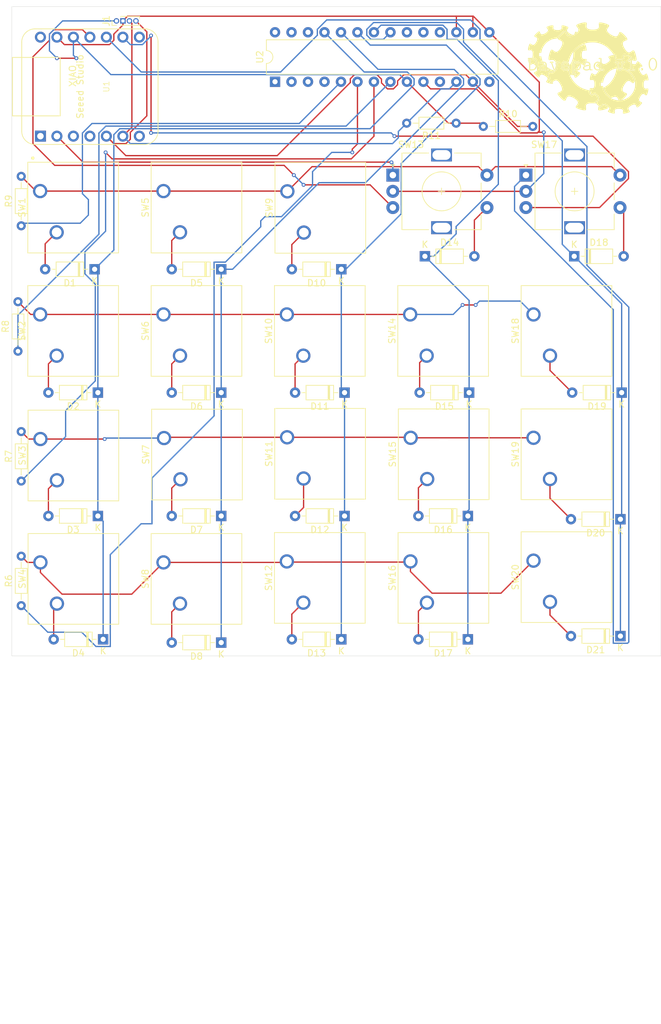
<source format=kicad_pcb>
(kicad_pcb (version 20240108) (generator "pcbnew") (generator_version "8.0")
  (layers (0 "F.Cu" signal) (31 "B.Cu" signal) (34 "B.Paste" user) (35 "F.Paste" user) (36 "B.SilkS" user "B.Silkscreen") (37 "F.SilkS" user "F.Silkscreen") (38 "B.Mask" user) (39 "F.Mask" user) (44 "Edge.Cuts" user))
  (net 0 "")
  (net 1 "Net-(D1-K)")
  (net 2 "Net-(D1-A)")
  (net 3 "Net-(D2-A)")
  (net 4 "Net-(D3-A)")
  (net 5 "Net-(D4-A)")
  (net 6 "Net-(D5-A)")
  (net 7 "Net-(D5-K)")
  (net 8 "Net-(D6-A)")
  (net 9 "Net-(D7-A)")
  (net 10 "Net-(D8-A)")
  (net 11 "Net-(D10-K)")
  (net 12 "Net-(D10-A)")
  (net 13 "Net-(D11-A)")
  (net 14 "Net-(D12-A)")
  (net 15 "Net-(D13-A)")
  (net 16 "Net-(D14-A)")
  (net 17 "Net-(D14-K)")
  (net 18 "Net-(D15-A)")
  (net 19 "Net-(D16-A)")
  (net 20 "Net-(D17-A)")
  (net 21 "Net-(D18-A)")
  (net 22 "Net-(D19-A)")
  (net 23 "Net-(D20-A)")
  (net 24 "Net-(D21-A)")
  (net 25 "Row1")
  (net 26 "Row2")
  (net 27 "Row3")
  (net 28 "Row4")
  (net 29 "GND")
  (net 32 "ROT0A")
  (net 33 "VCC")
  (net 41 "Net-(J1-Pin_2)")
  (net 43 "Net-(D18-K)")
  (net 46 "ROT0B")
  (net 47 "ROT1B")
  (net 48 "ROT1A")
  (net 51 "SDA")
  (net 52 "SCL")
  (net 55 "Net-(R6-Pad2)")
  (net 56 "Net-(R7-Pad2)")
  (net 57 "Net-(R8-Pad2)")
  (net 58 "Net-(R9-Pad2)")
  (footprint "Diode_THT:D_DO-35_SOD27_P7.62mm_Horizontal" (layer "F.Cu") (at 32.31 97.5 180)
    (property "Reference" "D3")
    (property "Value" "1N4148")
  )
  (footprint "Button_Switch_Keyboard:SW_Cherry_MX_1.00u_PCB" (layer "F.Cu") (at 23.46 85.65 90)
    (property "Reference" "SW3")
    (property "Value" "SW_Push")
  )
  (footprint "Button_Switch_Keyboard:SW_Cherry_MX_1.00u_PCB" (layer "F.Cu") (at 80.46 104.5 90)
    (property "Reference" "SW16")
    (property "Value" "SW_Push")
  )
  (footprint "Button_Switch_Keyboard:SW_Cherry_MX_1.00u_PCB" (layer "F.Cu") (at 61.42 104.5 90)
    (property "Reference" "SW12")
    (property "Value" "SW_Push")
  )
  (footprint "Button_Switch_Keyboard:SW_Cherry_MX_1.00u_PCB" (layer "F.Cu") (at 61.46 85.38 90)
    (property "Reference" "SW11")
    (property "Value" "SW_Push")
  )
  (footprint "Button_Switch_Keyboard:SW_Cherry_MX_1.00u_PCB" (layer "F.Cu") (at 80.42 66.46 90)
    (property "Reference" "SW14")
    (property "Value" "SW_Push")
  )
  (footprint "Seeed Studio XIAO Series Library:XIAO-Generic-Thruhole-14P-2.54-21X17.8MM" (layer "F.Cu") (at 31.08 31.375 90)
    (property "Reference" "U1")
    (property "Value" "Seeed Studio XIAO SAMD21" (hide yes))
  )
  (footprint "Button_Switch_Keyboard:SW_Cherry_MX_1.00u_PCB" (layer "F.Cu") (at 42.5 85.5 90)
    (property "Reference" "SW7")
    (property "Value" "SW_Push")
  )
  (footprint "Button_Switch_Keyboard:SW_Cherry_MX_1.00u_PCB" (layer "F.Cu") (at 99.42 66.46 90)
    (property "Reference" "SW18")
    (property "Value" "SW_Push")
  )
  (footprint "Connector_PinHeader_1.00mm:PinHeader_1x04_P1.00mm_Vertical" (layer "F.Cu") (at 35.171138 21.25 90)
    (property "Reference" "J1")
    (property "Value" "To OLED")
  )
  (footprint "Rotary_Encoder:RotaryEncoder_Alps_EC11E-Switch_Vertical_H20mm" (layer "F.Cu") (at 77.75 45)
    (property "Reference" "SW13")
    (property "Value" "RotaryEncoder_Switch")
  )
  (footprint "Resistor_THT:R_Axial_DIN0204_L3.6mm_D1.6mm_P7.62mm_Horizontal" (layer "F.Cu") (at 20.5 92.12 90)
    (property "Reference" "R7")
    (property "Value" "R")
  )
  (footprint "Rotary_Encoder:RotaryEncoder_Alps_EC11E-Switch_Vertical_H20mm" (layer "F.Cu") (at 98.25 45)
    (property "Reference" "SW17")
    (property "Value" "RotaryEncoder_Switch")
  )
  (footprint "Diode_THT:D_DO-35_SOD27_P7.62mm_Horizontal" (layer "F.Cu") (at 33.12 116.5 180)
    (property "Reference" "D4")
    (property "Value" "1N4148")
  )
  (footprint "Diode_THT:D_DO-35_SOD27_P7.62mm_Horizontal" (layer "F.Cu") (at 105.69 57.5)
    (property "Reference" "D18")
    (property "Value" "1N4148")
  )
  (footprint "Button_Switch_Keyboard:SW_Cherry_MX_1.00u_PCB" (layer "F.Cu") (at 61.5 47.5 90)
    (property "Reference" "SW9")
    (property "Value" "SW_Push")
  )
  (footprint "Library:logo_small" (layer "F.Cu") (at 108.5 28.5)
    (property "Reference" "G***" (hide yes))
    (property "Value" "LOGO" (hide yes))
  )
  (footprint "Diode_THT:D_DO-35_SOD27_P7.62mm_Horizontal" (layer "F.Cu") (at 32.31 78.5 180)
    (property "Reference" "D2")
    (property "Value" "1N4148")
  )
  (footprint "Button_Switch_Keyboard:SW_Cherry_MX_1.00u_PCB" (layer "F.Cu") (at 80.5 85.46 90)
    (property "Reference" "SW15")
    (property "Value" "SW_Push")
  )
  (footprint "Diode_THT:D_DO-35_SOD27_P7.62mm_Horizontal" (layer "F.Cu") (at 70.31 97.5 180)
    (property "Reference" "D12")
    (property "Value" "1N4148")
  )
  (footprint "Button_Switch_Keyboard:SW_Cherry_MX_1.00u_PCB" (layer "F.Cu") (at 23.42 66.46 90)
    (property "Reference" "SW2")
    (property "Value" "SW_Push")
  )
  (footprint "Diode_THT:D_DO-35_SOD27_P7.62mm_Horizontal" (layer "F.Cu") (at 69.81 59.5 180)
    (property "Reference" "D10")
    (property "Value" "1N4148")
  )
  (footprint "Button_Switch_Keyboard:SW_Cherry_MX_1.00u_PCB" (layer "F.Cu") (at 23.46 104.65 90)
    (property "Reference" "SW4")
    (property "Value" "SW_Push")
  )
  (footprint "Button_Switch_Keyboard:SW_Cherry_MX_1.00u_PCB" (layer "F.Cu") (at 99.42 85.46 90)
    (property "Reference" "SW19")
    (property "Value" "SW_Push")
  )
  (footprint "Button_Switch_Keyboard:SW_Cherry_MX_1.00u_PCB" (layer "F.Cu") (at 61.42 66.46 90)
    (property "Reference" "SW10")
    (property "Value" "SW_Push")
  )
  (footprint "Diode_THT:D_DO-35_SOD27_P7.62mm_Horizontal" (layer "F.Cu") (at 51.31 97.5 180)
    (property "Reference" "D7")
    (property "Value" "1N4148")
  )
  (footprint "Resistor_THT:R_Axial_DIN0204_L3.6mm_D1.6mm_P7.62mm_Horizontal" (layer "F.Cu") (at 87.5 37 180)
    (property "Reference" "R11")
    (property "Value" "R")
  )
  (footprint "Diode_THT:D_DO-35_SOD27_P7.62mm_Horizontal" (layer "F.Cu") (at 70.31 78.5 180)
    (property "Reference" "D11")
    (property "Value" "1N4148")
  )
  (footprint "Button_Switch_Keyboard:SW_Cherry_MX_1.00u_PCB" (layer "F.Cu") (at 42.42 66.46 90)
    (property "Reference" "SW6")
    (property "Value" "SW_Push")
  )
  (footprint "Resistor_THT:R_Axial_DIN0204_L3.6mm_D1.6mm_P7.62mm_Horizontal" (layer "F.Cu") (at 20.5 111.31 90)
    (property "Reference" "R6")
    (property "Value" "R")
  )
  (footprint "Button_Switch_Keyboard:SW_Cherry_MX_1.00u_PCB" (layer "F.Cu") (at 42.42 47.46 90)
    (property "Reference" "SW5")
    (property "Value" "SW_Push")
  )
  (footprint "Button_Switch_Keyboard:SW_Cherry_MX_1.00u_PCB" (layer "F.Cu") (at 23.42 47.46 90)
    (property "Reference" "SW1")
    (property "Value" "SW_Push")
  )
  (footprint "Button_Switch_Keyboard:SW_Cherry_MX_1.00u_PCB" (layer "F.Cu") (at 99.42 104.38 90)
    (property "Reference" "SW20")
    (property "Value" "SW_Push")
  )
  (footprint "Diode_THT:D_DO-35_SOD27_P7.62mm_Horizontal" (layer "F.Cu") (at 112.81 98 180)
    (property "Reference" "D20")
    (property "Value" "1N4148")
  )
  (footprint "Diode_THT:D_DO-35_SOD27_P7.62mm_Horizontal" (layer "F.Cu") (at 31.81 59.5 180)
    (property "Reference" "D1")
    (property "Value" "1N4148")
  )
  (footprint "Diode_THT:D_DO-35_SOD27_P7.62mm_Horizontal" (layer "F.Cu") (at 51.31 78.5 180)
    (property "Reference" "D6")
    (property "Value" "1N4148")
  )
  (footprint "Diode_THT:D_DO-35_SOD27_P7.62mm_Horizontal" (layer "F.Cu") (at 89.31 116.5 180)
    (property "Reference" "D17")
    (property "Value" "1N4148")
  )
  (footprint "Diode_THT:D_DO-35_SOD27_P7.62mm_Horizontal" (layer "F.Cu") (at 82.69 57.5)
    (property "Reference" "D14")
    (property "Value" "1N4148")
  )
  (footprint "Diode_THT:D_DO-35_SOD27_P7.62mm_Horizontal" (layer "F.Cu") (at 51.31 59.5 180)
    (property "Reference" "D5")
    (property "Value" "1N4148")
  )
  (footprint "Diode_THT:D_DO-35_SOD27_P7.62mm_Horizontal" (layer "F.Cu") (at 112.81 116 180)
    (property "Reference" "D21")
    (property "Value" "1N4148")
  )
  (footprint "Diode_THT:D_DO-35_SOD27_P7.62mm_Horizontal" (layer "F.Cu") (at 69.81 116.5 180)
    (property "Reference" "D13")
    (property "Value" "1N4148")
  )
  (footprint "Diode_THT:D_DO-35_SOD27_P7.62mm_Horizontal" (layer "F.Cu") (at 89.5 78.5 180)
    (property "Reference" "D15")
    (property "Value" "1N4148")
  )
  (footprint "Resistor_THT:R_Axial_DIN0204_L3.6mm_D1.6mm_P7.62mm_Horizontal" (layer "F.Cu") (at 91.69 37.5)
    (property "Reference" "R10")
    (property "Value" "R")
  )
  (footprint "Resistor_THT:R_Axial_DIN0204_L3.6mm_D1.6mm_P7.62mm_Horizontal" (layer "F.Cu") (at 20 72.12 90)
    (property "Reference" "R8")
    (property "Value" "R")
  )
  (footprint "Diode_THT:D_DO-35_SOD27_P7.62mm_Horizontal" (layer "F.Cu") (at 51.31 117 180)
    (property "Reference" "D8")
    (property "Value" "1N4148")
  )
  (footprint "Diode_THT:D_DO-35_SOD27_P7.62mm_Horizontal" (layer "F.Cu") (at 89.31 97.5 180)
    (property "Reference" "D16")
    (property "Value" "1N4148")
  )
  (footprint "Resistor_THT:R_Axial_DIN0204_L3.6mm_D1.6mm_P7.62mm_Horizontal" (layer "F.Cu") (at 20.5 52.81 90)
    (property "Reference" "R9")
    (property "Value" "R")
  )
  (footprint "Diode_THT:D_DO-35_SOD27_P7.62mm_Horizontal" (layer "F.Cu") (at 113 78.5 180)
    (property "Reference" "D19")
    (property "Value" "1N4148")
  )
  (footprint "Button_Switch_Keyboard:SW_Cherry_MX_1.00u_PCB" (layer "F.Cu") (at 42.42 104.65 90)
    (property "Reference" "SW8")
    (property "Value" "SW_Push")
  )
  (footprint "Package_DIP:DIP-28_W7.62mm" (layer "F.Cu") (at 59.6 30.62 90)
    (property "Reference" "U2")
    (property "Value" "MCP23017_SP")
  )
  (gr_rect (start 19.05 19.05) (end 119.05 119.05) (stroke (width 0.05)) (fill none) (layer "Edge.Cuts"))
  (segment (start 81.02 31.075635) (end 74.245635 37.85) (width 0.2) (layer "B.Cu") (net 1))
  (segment (start 34.77 56.54) (end 31.81 59.5) (width 0.2) (layer "B.Cu") (net 1))
  (segment (start 74.245635 37.85) (end 35.683654 37.85) (width 0.2) (layer "B.Cu") (net 1))
  (segment (start 32.31 97.5) (end 32.31 78.5) (width 0.2) (layer "B.Cu") (net 1))
  (segment (start 81.02 30.164365) (end 81.02 31.075635) (width 0.2) (layer "B.Cu") (net 1))
  (segment (start 33.12 116.5) (end 33.12 98.31) (width 0.2) (layer "B.Cu") (net 1))
  (segment (start 73.34 29.12) (end 79.975635 29.12) (width 0.2) (layer "B.Cu") (net 1))
  (segment (start 35.683654 37.85) (end 34.77 38.763654) (width 0.2) (layer "B.Cu") (net 1))
  (segment (start 34.77 38.763654) (end 34.77 56.54) (width 0.2) (layer "B.Cu") (net 1))
  (segment (start 33.12 98.31) (end 32.31 97.5) (width 0.2) (layer "B.Cu") (net 1))
  (segment (start 79.975635 29.12) (end 81.02 30.164365) (width 0.2) (layer "B.Cu") (net 1))
  (segment (start 67.22 23) (end 73.34 29.12) (width 0.2) (layer "B.Cu") (net 1))
  (segment (start 32.31 78.5) (end 32.31 60) (width 0.2) (layer "B.Cu") (net 1))
  (segment (start 24.19 59.5) (end 24.19 55.58) (width 0.2) (layer "F.Cu") (net 2))
  (segment (start 24.19 55.58) (end 25.96 53.81) (width 0.2) (layer "F.Cu") (net 2))
  (segment (start 24.69 78.5) (end 24.69 74.08) (width 0.2) (layer "F.Cu") (net 3))
  (segment (start 24.69 74.08) (end 25.96 72.81) (width 0.2) (layer "F.Cu") (net 3))
  (segment (start 24.69 93.31) (end 26 92) (width 0.2) (layer "F.Cu") (net 4))
  (segment (start 24.69 97.5) (end 24.69 93.31) (width 0.2) (layer "F.Cu") (net 4))
  (segment (start 25.5 116.5) (end 25.5 111.5) (width 0.2) (layer "F.Cu") (net 5))
  (segment (start 43.69 55.08) (end 44.96 53.81) (width 0.2) (layer "F.Cu") (net 6))
  (segment (start 43.69 59.5) (end 43.69 55.08) (width 0.2) (layer "F.Cu") (net 6))
  (segment (start 75.48 28.72) (end 87.195635 28.72) (width 0.2) (layer "B.Cu") (net 7))
  (segment (start 73.555635 46.16) (end 66.395635 46.16) (width 0.2) (layer "B.Cu") (net 7))
  (segment (start 51.31 59.5) (end 51.31 78.5) (width 0.2) (layer "B.Cu") (net 7))
  (segment (start 51.31 117) (end 51.31 97.5) (width 0.2) (layer "B.Cu") (net 7))
  (segment (start 66.395635 46.16) (end 53.055635 59.5) (width 0.2) (layer "B.Cu") (net 7))
  (segment (start 51.31 97.5) (end 51.31 78.5) (width 0.2) (layer "B.Cu") (net 7))
  (segment (start 53.055635 59.5) (end 51.31 59.5) (width 0.2) (layer "B.Cu") (net 7))
  (segment (start 69.76 23) (end 75.48 28.72) (width 0.2) (layer "B.Cu") (net 7))
  (segment (start 88.64 30.164365) (end 88.64 31.075635) (width 0.2) (layer "B.Cu") (net 7))
  (segment (start 88.64 31.075635) (end 73.555635 46.16) (width 0.2) (layer "B.Cu") (net 7))
  (segment (start 87.195635 28.72) (end 88.64 30.164365) (width 0.2) (layer "B.Cu") (net 7))
  (segment (start 43.69 78.5) (end 43.69 74.08) (width 0.2) (layer "F.Cu") (net 8))
  (segment (start 43.69 74.08) (end 44.96 72.81) (width 0.2) (layer "F.Cu") (net 8))
  (segment (start 43.69 93.2) (end 45.04 91.85) (width 0.2) (layer "F.Cu") (net 9))
  (segment (start 43.69 97.5) (end 43.69 93.2) (width 0.2) (layer "F.Cu") (net 9))
  (segment (start 43.69 112.27) (end 44.96 111) (width 0.2) (layer "F.Cu") (net 10))
  (segment (start 43.69 117) (end 43.69 112.27) (width 0.2) (layer "F.Cu") (net 10))
  (segment (start 85.989949 24.974314) (end 91.18 30.164365) (width 0.2) (layer "B.Cu") (net 11))
  (segment (start 69.81 59.5) (end 69.81 78) (width 0.2) (layer "B.Cu") (net 11))
  (segment (start 70.31 97.5) (end 70.31 78.5) (width 0.2) (layer "B.Cu") (net 11))
  (segment (start 91.18 30.164365) (end 91.18 31.075635) (width 0.2) (layer "B.Cu") (net 11))
  (segment (start 69.81 116.5) (end 69.81 98) (width 0.2) (layer "B.Cu") (net 11))
  (segment (start 91.18 31.075635) (end 79.05 43.205635) (width 0.2) (layer "B.Cu") (net 11))
  (segment (start 79.05 50.95) (end 70.5 59.5) (width 0.2) (layer "B.Cu") (net 11))
  (segment (start 72.3 23) (end 74.274314 24.974314) (width 0.2) (layer "B.Cu") (net 11))
  (segment (start 79.05 43.205635) (end 79.05 50.95) (width 0.2) (layer "B.Cu") (net 11))
  (segment (start 74.274314 24.974314) (end 85.989949 24.974314) (width 0.2) (layer "B.Cu") (net 11))
  (segment (start 62.19 55.7) (end 64.04 53.85) (width 0.2) (layer "F.Cu") (net 12))
  (segment (start 62.19 59.5) (end 62.19 55.7) (width 0.2) (layer "F.Cu") (net 12))
  (segment (start 62.69 78.5) (end 62.69 74.08) (width 0.2) (layer "F.Cu") (net 13))
  (segment (start 62.69 74.08) (end 63.96 72.81) (width 0.2) (layer "F.Cu") (net 13))
  (segment (start 64 96.19) (end 62.69 97.5) (width 0.2) (layer "F.Cu") (net 14))
  (segment (start 64 91.73) (end 64 96.19) (width 0.2) (layer "F.Cu") (net 14))
  (segment (start 62.19 116.5) (end 62.19 112.62) (width 0.2) (layer "F.Cu") (net 15))
  (segment (start 62.19 112.62) (end 63.96 110.85) (width 0.2) (layer "F.Cu") (net 15))
  (segment (start 90.31 57.5) (end 90.31 51.94) (width 0.2) (layer "F.Cu") (net 16))
  (segment (start 90.31 51.94) (end 92.25 50) (width 0.2) (layer "F.Cu") (net 16))
  (segment (start 86.1 24.1) (end 87.655635 24.1) (width 0.2) (layer "B.Cu") (net 17))
  (segment (start 87.5 54.05) (end 84.05 57.5) (width 0.2) (layer "B.Cu") (net 17))
  (segment (start 94 46.411522) (end 87.5 52.911522) (width 0.2) (layer "B.Cu") (net 17))
  (segment (start 89.5 96.5) (end 89.5 78.5) (width 0.2) (layer "B.Cu") (net 17))
  (segment (start 89.5 64.31) (end 89.5 78.5) (width 0.2) (layer "B.Cu") (net 17))
  (segment (start 94 30.444365) (end 94 46.411522) (width 0.2) (layer "B.Cu") (net 17))
  (segment (start 74.84 23) (end 75.94 21.9) (width 0.2) (layer "B.Cu") (net 17))
  (segment (start 89.31 96.69) (end 89.5 96.5) (width 0.2) (layer "B.Cu") (net 17))
  (segment (start 87.655635 24.1) (end 94 30.444365) (width 0.2) (layer "B.Cu") (net 17))
  (segment (start 89.31 97.5) (end 89.31 96.69) (width 0.2) (layer "B.Cu") (net 17))
  (segment (start 82.69 57.5) (end 89.5 64.31) (width 0.2) (layer "B.Cu") (net 17))
  (segment (start 85.455635 21.9) (end 86.1 22.544365) (width 0.2) (layer "B.Cu") (net 17))
  (segment (start 75.94 21.9) (end 85.455635 21.9) (width 0.2) (layer "B.Cu") (net 17))
  (segment (start 86.1 22.544365) (end 86.1 24.1) (width 0.2) (layer "B.Cu") (net 17))
  (segment (start 89.31 116.5) (end 89.31 97.5) (width 0.2) (layer "B.Cu") (net 17))
  (segment (start 84.05 57.5) (end 82.69 57.5) (width 0.2) (layer "B.Cu") (net 17))
  (segment (start 87.5 52.911522) (end 87.5 54.05) (width 0.2) (layer "B.Cu") (net 17))
  (segment (start 81.88 73.89) (end 82.96 72.81) (width 0.2) (layer "F.Cu") (net 18))
  (segment (start 81.88 78.5) (end 81.88 73.89) (width 0.2) (layer "F.Cu") (net 18))
  (segment (start 81.69 97.5) (end 81.69 93.16) (width 0.2) (layer "F.Cu") (net 19))
  (segment (start 81.69 93.16) (end 83.04 91.81) (width 0.2) (layer "F.Cu") (net 19))
  (segment (start 81.69 112.16) (end 83 110.85) (width 0.2) (layer "F.Cu") (net 20))
  (segment (start 81.69 116.5) (end 81.69 112.16) (width 0.2) (layer "F.Cu") (net 20))
  (segment (start 113.31 57.5) (end 113.31 50.56) (width 0.2) (layer "F.Cu") (net 21))
  (segment (start 105.38 78.5) (end 101.96 75.08) (width 0.2) (layer "F.Cu") (net 22))
  (segment (start 101.96 75.08) (end 101.96 72.81) (width 0.2) (layer "F.Cu") (net 22))
  (segment (start 101.96 94.77) (end 105.19 98) (width 0.2) (layer "F.Cu") (net 23))
  (segment (start 101.96 91.81) (end 101.96 94.77) (width 0.2) (layer "F.Cu") (net 23))
  (segment (start 105.19 116) (end 101.96 112.77) (width 0.2) (layer "F.Cu") (net 24))
  (segment (start 101.96 112.77) (end 101.96 110.73) (width 0.2) (layer "F.Cu") (net 24))
  (segment (start 20.9 52.41) (end 20.5 52.81) (width 0.2) (layer "B.Cu") (net 25))
  (segment (start 29.59 52.41) (end 20.9 52.41) (width 0.2) (layer "B.Cu") (net 25))
  (segment (start 30.85 51.15) (end 29.59 52.41) (width 0.2) (layer "B.Cu") (net 25))
  (segment (start 63.33 37.05) (end 31.403654 37.05) (width 0.2) (layer "B.Cu") (net 25))
  (segment (start 69.76 30.62) (end 63.33 37.05) (width 0.2) (layer "B.Cu") (net 25))
  (segment (start 30.85 48.78) (end 30.85 51.15) (width 0.2) (layer "B.Cu") (net 25))
  (segment (start 29.93 47.86) (end 30.85 48.78) (width 0.2) (layer "B.Cu") (net 25))
  (segment (start 29.93 38.523654) (end 29.93 47.86) (width 0.2) (layer "B.Cu") (net 25))
  (segment (start 31.403654 37.05) (end 29.93 38.523654) (width 0.2) (layer "B.Cu") (net 25))
  (segment (start 20 66.57) (end 20 72.12) (width 0.2) (layer "B.Cu") (net 26))
  (segment (start 32.47 38.523654) (end 32.47 54.1) (width 0.2) (layer "B.Cu") (net 26))
  (segment (start 32.47 54.1) (end 20 66.57) (width 0.2) (layer "B.Cu") (net 26))
  (segment (start 77.38 30.62) (end 70.55 37.45) (width 0.2) (layer "B.Cu") (net 26))
  (segment (start 70.55 37.45) (end 33.543654 37.45) (width 0.2) (layer "B.Cu") (net 26))
  (segment (start 33.543654 37.45) (end 32.47 38.523654) (width 0.2) (layer "B.Cu") (net 26))
  (segment (start 74.84 39.008529) (end 74.84 30.62) (width 0.2) (layer "F.Cu") (net 27))
  (segment (start 34.5 42.5) (end 71.348529 42.5) (width 0.2) (layer "F.Cu") (net 27))
  (segment (start 71.348529 42.5) (end 74.84 39.008529) (width 0.2) (layer "F.Cu") (net 27))
  (segment (start 33.5 41.5) (end 34.5 42.5) (width 0.2) (layer "F.Cu") (net 27))
  (via (at 33.5 41.5) (size 0.6) (drill 0.3) (layers "F.Cu" "B.Cu") (net 27))
  (segment (start 30.317843 56.817843) (end 33.5 53.635686) (width 0.2) (layer "B.Cu") (net 27))
  (segment (start 31.91 61.8) (end 30.317843 60.207843) (width 0.2) (layer "B.Cu") (net 27))
  (segment (start 30.317843 60.207843) (end 30.317843 56.817843) (width 0.2) (layer "B.Cu") (net 27))
  (segment (start 27.34 85.28) (end 27.34 81.27) (width 0.2) (layer "B.Cu") (net 27))
  (segment (start 33.5 53.635686) (end 33.5 41.5) (width 0.2) (layer "B.Cu") (net 27))
  (segment (start 20.5 92.12) (end 27.34 85.28) (width 0.2) (layer "B.Cu") (net 27))
  (segment (start 31.91 76.7) (end 31.91 61.8) (width 0.2) (layer "B.Cu") (net 27))
  (segment (start 27.34 81.27) (end 31.91 76.7) (width 0.2) (layer "B.Cu") (net 27))
  (segment (start 72.3 40.2) (end 72.3 30.62) (width 0.2) (layer "F.Cu") (net 28))
  (segment (start 71.5 41) (end 72.3 40.2) (width 0.2) (layer "F.Cu") (net 28))
  (segment (start 71.5 41.5) (end 71.5 41) (width 0.2) (layer "F.Cu") (net 28))
  (via (at 71.5 41.5) (size 0.6) (drill 0.3) (layers "F.Cu" "B.Cu") (net 28))
  (segment (start 50.21 82.086598) (end 50.21 58.4) (width 0.2) (layer "B.Cu") (net 28))
  (segment (start 57.4 52.955635) (end 57.4 52.044365) (width 0.2) (layer "B.Cu") (net 28))
  (segment (start 60.589949 51.4) (end 65.38 46.609949) (width 0.2) (layer "B.Cu") (net 28))
  (segment (start 65.38 44.462944) (end 68.342944 41.5) (width 0.2) (layer "B.Cu") (net 28))
  (segment (start 65.38 46.609949) (end 65.38 44.462944) (width 0.2) (layer "B.Cu") (net 28))
  (segment (start 40.645 91.651598) (end 50.21 82.086598) (width 0.2) (layer "B.Cu") (net 28))
  (segment (start 29.82 115.4) (end 32.02 117.6) (width 0.2) (layer "B.Cu") (net 28))
  (segment (start 34.22 103.455) (end 38.975 98.7) (width 0.2) (layer "B.Cu") (net 28))
  (segment (start 68.342944 41.5) (end 71.5 41.5) (width 0.2) (layer "B.Cu") (net 28))
  (segment (start 20.5 111.31) (end 24.59 115.4) (width 0.2) (layer "B.Cu") (net 28))
  (segment (start 34.22 117.6) (end 34.22 103.455) (width 0.2) (layer "B.Cu") (net 28))
  (segment (start 50.21 58.4) (end 51.955635 58.4) (width 0.2) (layer "B.Cu") (net 28))
  (segment (start 57.4 52.044365) (end 58.044365 51.4) (width 0.2) (layer "B.Cu") (net 28))
  (segment (start 40.645 98.7) (end 40.645 91.651598) (width 0.2) (layer "B.Cu") (net 28))
  (segment (start 24.59 115.4) (end 29.82 115.4) (width 0.2) (layer "B.Cu") (net 28))
  (segment (start 51.955635 58.4) (end 57.4 52.955635) (width 0.2) (layer "B.Cu") (net 28))
  (segment (start 32.02 117.6) (end 34.22 117.6) (width 0.2) (layer "B.Cu") (net 28))
  (segment (start 38.975 98.7) (end 40.645 98.7) (width 0.2) (layer "B.Cu") (net 28))
  (segment (start 58.044365 51.4) (end 60.589949 51.4) (width 0.2) (layer "B.Cu") (net 28))
  (segment (start 100.09934 38.40066) (end 100 38.5) (width 0.2) (layer "F.Cu") (net 29))
  (segment (start 101 38.40066) (end 100.09934 38.40066) (width 0.2) (layer "F.Cu") (net 29))
  (segment (start 87.5 20.525) (end 36.870833 20.525) (width 0.2) (layer "F.Cu") (net 29))
  (segment (start 97.394314 38.5) (end 100 38.5) (width 0.2) (layer "F.Cu") (net 29))
  (segment (start 92.62 23) (end 90.145 20.525) (width 0.2) (layer "F.Cu") (net 29))
  (segment (start 90.145 20.525) (end 90 20.525) (width 0.2) (layer "F.Cu") (net 29))
  (segment (start 82.46 30.62) (end 83.56 31.72) (width 0.2) (layer "F.Cu") (net 29))
  (segment (start 83.56 31.72) (end 90.614314 31.72) (width 0.2) (layer "F.Cu") (net 29))
  (segment (start 90.614314 31.72) (end 97.394314 38.5) (width 0.2) (layer "F.Cu") (net 29))
  (segment (start 100 38.5) (end 100.31 38.19) (width 0.2) (layer "F.Cu") (net 29))
  (segment (start 34.77 24.226346) (end 34.096346 24.9) (width 0.2) (layer "F.Cu") (net 29))
  (segment (start 77.75 47.5) (end 98.25 47.5) (width 0.2) (layer "F.Cu") (net 29))
  (segment (start 27.15 24.9) (end 26 23.75) (width 0.2) (layer "F.Cu") (net 29))
  (segment (start 36.171138 21.25) (end 36.171138 21.875) (width 0.2) (layer "F.Cu") (net 29))
  (segment (start 100.31 30.69) (end 92.62 23) (width 0.2) (layer "F.Cu") (net 29))
  (segment (start 100.31 38.19) (end 100.31 30.69) (width 0.2) (layer "F.Cu") (net 29))
  (segment (start 90 20.525) (end 87.5 20.525) (width 0.2) (layer "F.Cu") (net 29))
  (segment (start 90.08 23) (end 90.08 20.605) (width 0.2) (layer "F.Cu") (net 29))
  (segment (start 87.54 23) (end 87.54 20.565) (width 0.2) (layer "F.Cu") (net 29))
  (segment (start 87.54 20.565) (end 87.5 20.525) (width 0.2) (layer "F.Cu") (net 29))
  (segment (start 36.870833 20.525) (end 36.171138 21.224695) (width 0.2) (layer "F.Cu") (net 29))
  (segment (start 36.171138 21.875) (end 34.77 23.276138) (width 0.2) (layer "F.Cu") (net 29))
  (segment (start 34.77 23.276138) (end 34.77 24.226346) (width 0.2) (layer "F.Cu") (net 29))
  (segment (start 90.08 20.605) (end 90 20.525) (width 0.2) (layer "F.Cu") (net 29))
  (segment (start 34.096346 24.9) (end 27.15 24.9) (width 0.2) (layer "F.Cu") (net 29))
  (via (at 101 38.40066) (size 0.6) (drill 0.3) (layers "F.Cu" "B.Cu") (net 29))
  (segment (start 101 38.40066) (end 101 44.75) (width 0.2) (layer "B.Cu") (net 29))
  (segment (start 101 44.75) (end 98.25 47.5) (width 0.2) (layer "B.Cu") (net 29))
  (segment (start 77.5 43) (end 30 43) (width 0.2) (layer "F.Cu") (net 32))
  (segment (start 77.532082 43.032082) (end 77.5 43) (width 0.2) (layer "F.Cu") (net 32))
  (segment (start 30 43) (end 26 39) (width 0.2) (layer "F.Cu") (net 32))
  (via (at 77.532082 43.032082) (size 0.6) (drill 0.3) (layers "F.Cu" "B.Cu") (net 32))
  (segment (start 77.75 43.25) (end 77.75 45) (width 0.2) (layer "B.Cu") (net 32))
  (segment (start 77.532082 43.032082) (end 77.75 43.25) (width 0.2) (layer "B.Cu") (net 32))
  (segment (start 91.19 37) (end 91.69 37.5) (width 0.2) (layer "F.Cu") (net 41))
  (segment (start 79.92 30.62) (end 86.3 37) (width 0.2) (layer "F.Cu") (net 41))
  (segment (start 87.5 37) (end 91.19 37) (width 0.2) (layer "F.Cu") (net 41))
  (segment (start 86.3 37) (end 87.5 37) (width 0.2) (layer "F.Cu") (net 41))
  (segment (start 26 27) (end 29 27) (width 0.2) (layer "F.Cu") (net 41))
  (via (at 29 27) (size 0.6) (drill 0.3) (layers "F.Cu" "B.Cu") (net 41))
  (via (at 26 27) (size 0.6) (drill 0.3) (layers "F.Cu" "B.Cu") (net 41))
  (segment (start 34.31 29.52) (end 28.54 23.75) (width 0.2) (layer "B.Cu") (net 41))
  (segment (start 79.92 30.62) (end 78.82 29.52) (width 0.2) (layer "B.Cu") (net 41))
  (segment (start 29 27) (end 28.54 26.54) (width 0.2) (layer "B.Cu") (net 41))
  (segment (start 78.82 29.52) (end 34.31 29.52) (width 0.2) (layer "B.Cu") (net 41))
  (segment (start 26.873654 21.25) (end 24.85 23.273654) (width 0.2) (layer "B.Cu") (net 41))
  (segment (start 24.85 25.85) (end 26 27) (width 0.2) (layer "B.Cu") (net 41))
  (segment (start 35.171138 21.25) (end 26.873654 21.25) (width 0.2) (layer "B.Cu") (net 41))
  (segment (start 24.85 23.273654) (end 24.85 25.85) (width 0.2) (layer "B.Cu") (net 41))
  (segment (start 28.54 26.54) (end 28.54 23.75) (width 0.2) (layer "B.Cu") (net 41))
  (segment (start 74.384365 24.1) (end 73.74 23.455635) (width 0.2) (layer "B.Cu") (net 43))
  (segment (start 113 78.5) (end 113 97.81) (width 0.2) (layer "B.Cu") (net 43))
  (segment (start 73.74 23.455635) (end 73.74 22.544365) (width 0.2) (layer "B.Cu") (net 43))
  (segment (start 88.64 24.518679) (end 103.85 39.728679) (width 0.2) (layer "B.Cu") (net 43))
  (segment (start 73.74 22.544365) (end 74.784365 21.5) (width 0.2) (layer "B.Cu") (net 43))
  (segment (start 76.28 24.1) (end 74.384365 24.1) (width 0.2) (layer "B.Cu") (net 43))
  (segment (start 103.85 55.66) (end 105.69 57.5) (width 0.2) (layer "B.Cu") (net 43))
  (segment (start 77.38 23) (end 76.28 24.1) (width 0.2) (layer "B.Cu") (net 43))
  (segment (start 112.81 98) (end 112.81 116) (width 0.2) (layer "B.Cu") (net 43))
  (segment (start 88.64 22.544365) (end 88.64 24.518679) (width 0.2) (layer "B.Cu") (net 43))
  (segment (start 74.784365 21.5) (end 87.595635 21.5) (width 0.2) (layer "B.Cu") (net 43))
  (segment (start 87.595635 21.5) (end 88.64 22.544365) (width 0.2) (layer "B.Cu") (net 43))
  (segment (start 113 64.81) (end 113 78.5) (width 0.2) (layer "B.Cu") (net 43))
  (segment (start 105.69 57.5) (end 113 64.81) (width 0.2) (layer "B.Cu") (net 43))
  (segment (start 103.85 39.728679) (end 103.85 55.66) (width 0.2) (layer "B.Cu") (net 43))
  (segment (start 25.523654 22.6) (end 24.85 23.273654) (width 0.2) (layer "F.Cu") (net 46))
  (segment (start 24.85 23.273654) (end 24.85 24.226346) (width 0.2) (layer "F.Cu") (net 46))
  (segment (start 24.85 24.226346) (end 22.31 26.766346) (width 0.2) (layer "F.Cu") (net 46))
  (segment (start 31.08 23.75) (end 29.93 22.6) (width 0.2) (layer "F.Cu") (net 46))
  (segment (start 25.66 43.5) (end 61 43.5) (width 0.2) (layer "F.Cu") (net 46))
  (segment (start 29.93 22.6) (end 25.523654 22.6) (width 0.2) (layer "F.Cu") (net 46))
  (segment (start 74.25 46.5) (end 77.75 50) (width 0.2) (layer "F.Cu") (net 46))
  (segment (start 22.31 40.15) (end 25.66 43.5) (width 0.2) (layer "F.Cu") (net 46))
  (segment (start 61 43.5) (end 62.5 45) (width 0.2) (layer "F.Cu") (net 46))
  (segment (start 64 46.5) (end 74.25 46.5) (width 0.2) (layer "F.Cu") (net 46))
  (segment (start 22.31 26.766346) (end 22.31 40.15) (width 0.2) (layer "F.Cu") (net 46))
  (via (at 62.5 45) (size 0.6) (drill 0.3) (layers "F.Cu" "B.Cu") (net 46))
  (via (at 64 46.5) (size 0.6) (drill 0.3) (layers "F.Cu" "B.Cu") (net 46))
  (segment (start 62.5 45) (end 64 46.5) (width 0.2) (layer "B.Cu") (net 46))
  (segment (start 109.588478 50) (end 98.25 50) (width 0.2) (layer "F.Cu") (net 47))
  (segment (start 78 39.00066) (end 108.589138 39.00066) (width 0.2) (layer "F.Cu") (net 47))
  (segment (start 40.5 38.5) (end 40.5 23.5) (width 0.2) (layer "F.Cu") (net 47))
  (segment (start 114.05 45.538478) (end 109.588478 50) (width 0.2) (layer "F.Cu") (net 47))
  (segment (start 114.05 44.461522) (end 114.05 45.538478) (width 0.2) (layer "F.Cu") (net 47))
  (segment (start 108.589138 39.00066) (end 114.05 44.461522) (width 0.2) (layer "F.Cu") (net 47))
  (via (at 40.5 38.5) (size 0.6) (drill 0.3) (layers "F.Cu" "B.Cu") (net 47))
  (via (at 78 39.00066) (size 0.6) (drill 0.3) (layers "F.Cu" "B.Cu") (net 47))
  (via (at 40.5 23.5) (size 0.6) (drill 0.3) (layers "F.Cu" "B.Cu") (net 47))
  (segment (start 39.176346 24.9) (end 37.31 24.9) (width 0.2) (layer "B.Cu") (net 47))
  (segment (start 78 39.00066) (end 77.49934 38.5) (width 0.2) (layer "B.Cu") (net 47))
  (segment (start 77.49934 38.5) (end 40.5 38.5) (width 0.2) (layer "B.Cu") (net 47))
  (segment (start 40.5 23.5) (end 40.5 23.576346) (width 0.2) (layer "B.Cu") (net 47))
  (segment (start 37.31 24.9) (end 36.16 23.75) (width 0.2) (layer "B.Cu") (net 47))
  (segment (start 40.5 23.576346) (end 39.176346 24.9) (width 0.2) (layer "B.Cu") (net 47))
  (segment (start 113.91 117.1) (end 111.71 117.1) (width 0.2) (layer "B.Cu") (net 48))
  (segment (start 91.18 22.544365) (end 91.18 24.13) (width 0.2) (layer "B.Cu") (net 48))
  (segment (start 111.71 65.72) (end 96.5 50.51) (width 0.2) (layer "B.Cu") (net 48))
  (segment (start 114.1 116.91) (end 113.91 117.1) (width 0.2) (layer "B.Cu") (net 48))
  (segment (start 89.735635 21.1) (end 91.18 22.544365) (width 0.2) (layer "B.Cu") (net 48))
  (segment (start 96.5 50.51) (end 96.5 46.75) (width 0.2) (layer "B.Cu") (net 48))
  (segment (start 111.71 117.1) (end 111.71 65.72) (width 0.2) (layer "B.Cu") (net 48))
  (segment (start 91.18 24.13) (end 107.65 40.6) (width 0.2) (layer "B.Cu") (net 48))
  (segment (start 33.62 23.75) (end 38.99 29.12) (width 0.2) (layer "B.Cu") (net 48))
  (segment (start 114.1 65.344314) (end 114.1 116.91) (width 0.2) (layer "B.Cu") (net 48))
  (segment (start 107.65 58.894314) (end 114.1 65.344314) (width 0.2) (layer "B.Cu") (net 48))
  (segment (start 96.5 46.75) (end 98.25 45) (width 0.2) (layer "B.Cu") (net 48))
  (segment (start 67.564365 21.1) (end 89.735635 21.1) (width 0.2) (layer "B.Cu") (net 48))
  (segment (start 60.455635 29.12) (end 66.12 23.455635) (width 0.2) (layer "B.Cu") (net 48))
  (segment (start 38.99 29.12) (end 60.455635 29.12) (width 0.2) (layer "B.Cu") (net 48))
  (segment (start 66.12 23.455635) (end 66.12 22.544365) (width 0.2) (layer "B.Cu") (net 48))
  (segment (start 107.65 40.6) (end 107.65 58.894314) (width 0.2) (layer "B.Cu") (net 48))
  (segment (start 66.12 22.544365) (end 67.564365 21.1) (width 0.2) (layer "B.Cu") (net 48))
  (segment (start 76.924365 31.72) (end 76 30.795635) (width 0.2) (layer "F.Cu") (net 51))
  (segment (start 71.2 30.735635) (end 59.935635 42) (width 0.2) (layer "F.Cu") (net 51))
  (segment (start 76 30.795635) (end 76 30.224365) (width 0.2) (layer "F.Cu") (net 51))
  (segment (start 76 30.224365) (end 75.295635 29.52) (width 0.2) (layer "F.Cu") (net 51))
  (segment (start 78.48 30.5) (end 78.48 31.075635) (width 0.2) (layer "F.Cu") (net 51))
  (segment (start 79.46 29.52) (end 78.48 30.5) (width 0.2) (layer "F.Cu") (net 51))
  (segment (start 36.62 42) (end 33.62 39) (width 0.2) (layer "F.Cu") (net 51))
  (segment (start 38.171138 21.25) (end 39.85 22.928862) (width 0.2) (layer "F.Cu") (net 51))
  (segment (start 36.636346 40.15) (end 34.77 40.15) (width 0.2) (layer "F.Cu") (net 51))
  (segment (start 77.835635 31.72) (end 76.924365 31.72) (width 0.2) (layer "F.Cu") (net 51))
  (segment (start 78.48 31.075635) (end 77.835635 31.72) (width 0.2) (layer "F.Cu") (net 51))
  (segment (start 37.31 39.476346) (end 36.636346 40.15) (width 0.2) (layer "F.Cu") (net 51))
  (segment (start 75.295635 29.52) (end 71.844365 29.52) (width 0.2) (layer "F.Cu") (net 51))
  (segment (start 90.08 30.62) (end 88.98 29.52) (width 0.2) (layer "F.Cu") (net 51))
  (segment (start 71.844365 29.52) (end 71.2 30.164365) (width 0.2) (layer "F.Cu") (net 51))
  (segment (start 34.77 40.15) (end 33.62 39) (width 0.2) (layer "F.Cu") (net 51))
  (segment (start 59.935635 42) (end 36.62 42) (width 0.2) (layer "F.Cu") (net 51))
  (segment (start 96.96 37.5) (end 90.08 30.62) (width 0.2) (layer "F.Cu") (net 51))
  (segment (start 99.31 37.5) (end 96.96 37.5) (width 0.2) (layer "F.Cu") (net 51))
  (segment (start 88.98 29.52) (end 79.46 29.52) (width 0.2) (layer "F.Cu") (net 51))
  (segment (start 37.31 38.415686) (end 37.31 39.476346) (width 0.2) (layer "F.Cu") (net 51))
  (segment (start 39.85 35.875686) (end 37.31 38.415686) (width 0.2) (layer "F.Cu") (net 51))
  (segment (start 71.2 30.164365) (end 71.2 30.735635) (width 0.2) (layer "F.Cu") (net 51))
  (segment (start 39.85 22.928862) (end 39.85 35.875686) (width 0.2) (layer "F.Cu") (net 51))
  (segment (start 37.171138 21.25) (end 37.55 21.628862) (width 0.2) (layer "F.Cu") (net 52))
  (segment (start 37.55 21.628862) (end 37.55 37.61) (width 0.2) (layer "F.Cu") (net 52))
  (segment (start 37.55 37.61) (end 36.16 39) (width 0.2) (layer "F.Cu") (net 52))
  (segment (start 37.31 40.15) (end 77.699189 40.15) (width 0.2) (layer "B.Cu") (net 52))
  (segment (start 78.6 38.28) (end 85.16 31.72) (width 0.2) (layer "B.Cu") (net 52))
  (segment (start 78.6 39.249189) (end 78.6 38.28) (width 0.2) (layer "B.Cu") (net 52))
  (segment (start 36.16 39) (end 37.31 40.15) (width 0.2) (layer "B.Cu") (net 52))
  (segment (start 77.699189 40.15) (end 78.6 39.249189) (width 0.2) (layer "B.Cu") (net 52))
  (segment (start 85.16 31.72) (end 86.44 31.72) (width 0.2) (layer "B.Cu") (net 52))
  (segment (start 86.44 31.72) (end 87.54 30.62) (width 0.2) (layer "B.Cu") (net 52))
  (segment (start 61.52 104.6) (end 80.36 104.6) (width 0.2) (layer "F.Cu") (net 55))
  (segment (start 80.46 104.5) (end 80.46 106.055634) (width 0.2) (layer "F.Cu") (net 55))
  (segment (start 83.794366 109.39) (end 94.41 109.39) (width 0.2) (layer "F.Cu") (net 55))
  (segment (start 21.46 104.65) (end 23.46 104.65) (width 0.2) (layer "F.Cu") (net 55))
  (segment (start 37.53 109.54) (end 42.42 104.65) (width 0.2) (layer "F.Cu") (net 55))
  (segment (start 23.46 104.65) (end 23.46 106.205634) (width 0.2) (layer "F.Cu") (net 55))
  (segment (start 94.41 109.39) (end 99.42 104.38) (width 0.2) (layer "F.Cu") (net 55))
  (segment (start 80.46 106.055634) (end 83.794366 109.39) (width 0.2) (layer "F.Cu") (net 55))
  (segment (start 20.5 103.69) (end 21.46 104.65) (width 0.2) (layer "F.Cu") (net 55))
  (segment (start 42.42 104.65) (end 61.27 104.65) (width 0.2) (layer "F.Cu") (net 55))
  (segment (start 26.794366 109.54) (end 37.53 109.54) (width 0.2) (layer "F.Cu") (net 55))
  (segment (start 23.46 106.205634) (end 26.794366 109.54) (width 0.2) (layer "F.Cu") (net 55))
  (segment (start 20.5 84.5) (end 21.65 85.65) (width 0.2) (layer "F.Cu") (net 56))
  (segment (start 21.65 85.65) (end 23.46 85.65) (width 0.2) (layer "F.Cu") (net 56))
  (segment (start 23.46 85.65) (end 33.35 85.65) (width 0.2) (layer "F.Cu") (net 56))
  (segment (start 99.42 85.46) (end 80.5 85.46) (width 0.2) (layer "F.Cu") (net 56))
  (segment (start 61.46 85.38) (end 42.62 85.38) (width 0.2) (layer "F.Cu") (net 56))
  (segment (start 61.46 85.38) (end 80.42 85.38) (width 0.2) (layer "F.Cu") (net 56))
  (via (at 33.35 85.65) (size 0.6) (drill 0.3) (layers "F.Cu" "B.Cu") (net 56))
  (segment (start 33.5 85.5) (end 42.5 85.5) (width 0.2) (layer "B.Cu") (net 56))
  (segment (start 33.35 85.65) (end 33.5 85.5) (width 0.2) (layer "B.Cu") (net 56))
  (segment (start 20 64.5) (end 21.96 66.46) (width 0.2) (layer "F.Cu") (net 57))
  (segment (start 23.42 66.46) (end 42.42 66.46) (width 0.2) (layer "F.Cu") (net 57))
  (segment (start 88.5 65) (end 90.5 65) (width 0.2) (layer "F.Cu") (net 57))
  (segment (start 21.96 66.46) (end 23.42 66.46) (width 0.2) (layer "F.Cu") (net 57))
  (segment (start 42.42 66.46) (end 61.42 66.46) (width 0.2) (layer "F.Cu") (net 57))
  (segment (start 61.42 66.46) (end 80.42 66.46) (width 0.2) (layer "F.Cu") (net 57))
  (via (at 88.5 65) (size 0.6) (drill 0.3) (layers "F.Cu" "B.Cu") (net 57))
  (via (at 90.5 65) (size 0.6) (drill 0.3) (layers "F.Cu" "B.Cu") (net 57))
  (segment (start 90.5 65) (end 91.1 64.4) (width 0.2) (layer "B.Cu") (net 57))
  (segment (start 91.1 64.4) (end 97.36 64.4) (width 0.2) (layer "B.Cu") (net 57))
  (segment (start 97.36 64.4) (end 99.42 66.46) (width 0.2) (layer "B.Cu") (net 57))
  (segment (start 87.04 66.46) (end 88.5 65) (width 0.2) (layer "B.Cu") (net 57))
  (segment (start 80.42 66.46) (end 87.04 66.46) (width 0.2) (layer "B.Cu") (net 57))
  (segment (start 65.3 43.7) (end 90.95 43.7) (width 0.2) (layer "F.Cu") (net 58))
  (segment (start 111.45 43.7) (end 112.75 45) (width 0.2) (layer "F.Cu") (net 58))
  (segment (start 20.5 45.19) (end 22.77 47.46) (width 0.2) (layer "F.Cu") (net 58))
  (segment (start 90.95 43.7) (end 92.25 45) (width 0.2) (layer "F.Cu") (net 58))
  (segment (start 42.42 47.46) (end 61.46 47.46) (width 0.2) (layer "F.Cu") (net 58))
  (segment (start 92.25 45) (end 93.55 43.7) (width 0.2) (layer "F.Cu") (net 58))
  (segment (start 61.5 47.5) (end 65.3 43.7) (width 0.2) (layer "F.Cu") (net 58))
  (segment (start 93.55 43.7) (end 111.45 43.7) (width 0.2) (layer "F.Cu") (net 58))
  (segment (start 23.42 47.46) (end 42.42 47.46) (width 0.2) (layer "F.Cu") (net 58))
)
</source>
